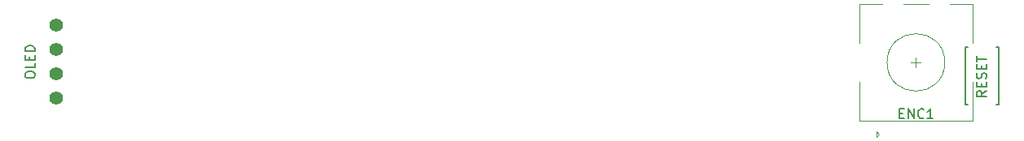
<source format=gto>
%TF.GenerationSoftware,KiCad,Pcbnew,(5.99.0-12610-g07e01e6297)*%
%TF.CreationDate,2021-11-07T21:10:22+00:00*%
%TF.ProjectId,piccolo,70696363-6f6c-46f2-9e6b-696361645f70,rev?*%
%TF.SameCoordinates,Original*%
%TF.FileFunction,Legend,Top*%
%TF.FilePolarity,Positive*%
%FSLAX46Y46*%
G04 Gerber Fmt 4.6, Leading zero omitted, Abs format (unit mm)*
G04 Created by KiCad (PCBNEW (5.99.0-12610-g07e01e6297)) date 2021-11-07 21:10:22*
%MOMM*%
%LPD*%
G01*
G04 APERTURE LIST*
%ADD10C,0.150000*%
%ADD11C,0.120000*%
%ADD12C,1.397000*%
G04 APERTURE END LIST*
D10*
%TO.C,OL1*%
X80452380Y-50601380D02*
X80452380Y-50410904D01*
X80500000Y-50315666D01*
X80595238Y-50220428D01*
X80785714Y-50172809D01*
X81119047Y-50172809D01*
X81309523Y-50220428D01*
X81404761Y-50315666D01*
X81452380Y-50410904D01*
X81452380Y-50601380D01*
X81404761Y-50696619D01*
X81309523Y-50791857D01*
X81119047Y-50839476D01*
X80785714Y-50839476D01*
X80595238Y-50791857D01*
X80500000Y-50696619D01*
X80452380Y-50601380D01*
X81452380Y-49268047D02*
X81452380Y-49744238D01*
X80452380Y-49744238D01*
X80928571Y-48934714D02*
X80928571Y-48601380D01*
X81452380Y-48458523D02*
X81452380Y-48934714D01*
X80452380Y-48934714D01*
X80452380Y-48458523D01*
X81452380Y-48029952D02*
X80452380Y-48029952D01*
X80452380Y-47791857D01*
X80500000Y-47649000D01*
X80595238Y-47553761D01*
X80690476Y-47506142D01*
X80880952Y-47458523D01*
X81023809Y-47458523D01*
X81214285Y-47506142D01*
X81309523Y-47553761D01*
X81404761Y-47649000D01*
X81452380Y-47791857D01*
X81452380Y-48029952D01*
%TO.C,ENC1*%
X171323214Y-54538571D02*
X171656547Y-54538571D01*
X171799404Y-55062380D02*
X171323214Y-55062380D01*
X171323214Y-54062380D01*
X171799404Y-54062380D01*
X172227976Y-55062380D02*
X172227976Y-54062380D01*
X172799404Y-55062380D01*
X172799404Y-54062380D01*
X173847023Y-54967142D02*
X173799404Y-55014761D01*
X173656547Y-55062380D01*
X173561309Y-55062380D01*
X173418452Y-55014761D01*
X173323214Y-54919523D01*
X173275595Y-54824285D01*
X173227976Y-54633809D01*
X173227976Y-54490952D01*
X173275595Y-54300476D01*
X173323214Y-54205238D01*
X173418452Y-54110000D01*
X173561309Y-54062380D01*
X173656547Y-54062380D01*
X173799404Y-54110000D01*
X173847023Y-54157619D01*
X174799404Y-55062380D02*
X174227976Y-55062380D01*
X174513690Y-55062380D02*
X174513690Y-54062380D01*
X174418452Y-54205238D01*
X174323214Y-54300476D01*
X174227976Y-54348095D01*
%TO.C,RESET1*%
X180352380Y-52179380D02*
X179876190Y-52512714D01*
X180352380Y-52750809D02*
X179352380Y-52750809D01*
X179352380Y-52369857D01*
X179400000Y-52274619D01*
X179447619Y-52227000D01*
X179542857Y-52179380D01*
X179685714Y-52179380D01*
X179780952Y-52227000D01*
X179828571Y-52274619D01*
X179876190Y-52369857D01*
X179876190Y-52750809D01*
X179828571Y-51750809D02*
X179828571Y-51417476D01*
X180352380Y-51274619D02*
X180352380Y-51750809D01*
X179352380Y-51750809D01*
X179352380Y-51274619D01*
X180304761Y-50893666D02*
X180352380Y-50750809D01*
X180352380Y-50512714D01*
X180304761Y-50417476D01*
X180257142Y-50369857D01*
X180161904Y-50322238D01*
X180066666Y-50322238D01*
X179971428Y-50369857D01*
X179923809Y-50417476D01*
X179876190Y-50512714D01*
X179828571Y-50703190D01*
X179780952Y-50798428D01*
X179733333Y-50846047D01*
X179638095Y-50893666D01*
X179542857Y-50893666D01*
X179447619Y-50846047D01*
X179400000Y-50798428D01*
X179352380Y-50703190D01*
X179352380Y-50465095D01*
X179400000Y-50322238D01*
X179828571Y-49893666D02*
X179828571Y-49560333D01*
X180352380Y-49417476D02*
X180352380Y-49893666D01*
X179352380Y-49893666D01*
X179352380Y-49417476D01*
X179352380Y-49131761D02*
X179352380Y-48560333D01*
X180352380Y-48846047D02*
X179352380Y-48846047D01*
D11*
%TO.C,ENC1*%
X176537500Y-43112500D02*
X178937500Y-43112500D01*
X168937500Y-56412500D02*
X169237500Y-56712500D01*
X171737500Y-43112500D02*
X174337500Y-43112500D01*
X167137500Y-55312500D02*
X178937500Y-55312500D01*
X178937500Y-43112500D02*
X178937500Y-47212500D01*
X167137500Y-43112500D02*
X169537500Y-43112500D01*
X172537500Y-49212500D02*
X173537500Y-49212500D01*
X168937500Y-57012500D02*
X168937500Y-56412500D01*
X173037500Y-49712500D02*
X173037500Y-48712500D01*
X178937500Y-51212500D02*
X178937500Y-55312500D01*
X169237500Y-56712500D02*
X168937500Y-57012500D01*
X167137500Y-47212500D02*
X167137500Y-43112500D01*
X167137500Y-51212500D02*
X167137500Y-55312500D01*
X176037500Y-49212500D02*
G75*
G03*
X176037500Y-49212500I-3000000J0D01*
G01*
D10*
%TO.C,RESET1*%
X181650000Y-47600000D02*
X181400000Y-47600000D01*
X181400000Y-53600000D02*
X181650000Y-53600000D01*
X178150000Y-53600000D02*
X178400000Y-53600000D01*
X181650000Y-53600000D02*
X181650000Y-47600000D01*
X178400000Y-47600000D02*
X178150000Y-47600000D01*
X178150000Y-47600000D02*
X178150000Y-53600000D01*
%TD*%
D12*
%TO.C,OL1*%
X83693000Y-45339000D03*
X83693000Y-47879000D03*
X83693000Y-50419000D03*
X83693000Y-52959000D03*
%TD*%
M02*

</source>
